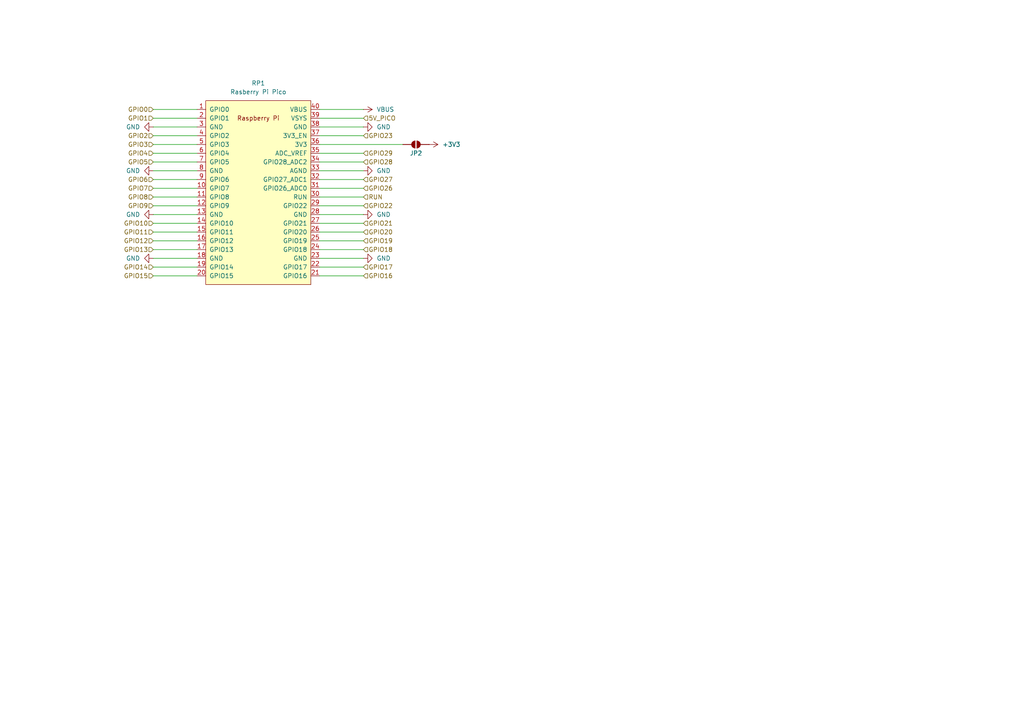
<source format=kicad_sch>
(kicad_sch (version 20250114) (generator "eeschema") (generator_version "9.0")
  (paper "A4")
  (title_block (title "FRANK M2") (date "2025-03-04") (rev "1.02") (company "Mikhail Matveev") (comment 1 "https://github.com/xtremespb/frank"))
  (lib_symbols
    (symbol "FRANK:Pico" (pin_names (offset 1.016))
      (property "Reference" "RP1" (at 0 31.75 0))
      (property "Value" "Pico 2" (at 0 29.21 0))
      (symbol "Pico_0_0"
        (text "Raspberry Pi" (at 0 21.59 0) (effects (font (size 1.27 1.27))))
      )
      (symbol "Pico_0_1"
        (rectangle (start -15.24 26.67) (end 15.24 -26.67) (fill (type background)))
      )
      (symbol "Pico_1_1"
        (pin bidirectional line (at -17.78 24.13 0) (length 2.54) (name "GPIO0") (number "1"))
        (pin bidirectional line (at -17.78 21.59 0) (length 2.54) (name "GPIO1") (number "2"))
        (pin power_in line (at -17.78 19.05 0) (length 2.54) (name "GND") (number "3"))
        (pin bidirectional line (at -17.78 16.51 0) (length 2.54) (name "GPIO2") (number "4"))
        (pin bidirectional line (at -17.78 13.97 0) (length 2.54) (name "GPIO3") (number "5"))
        (pin bidirectional line (at -17.78 11.43 0) (length 2.54) (name "GPIO4") (number "6"))
        (pin bidirectional line (at -17.78 8.89 0) (length 2.54) (name "GPIO5") (number "7"))
        (pin power_in line (at -17.78 6.35 0) (length 2.54) (name "GND") (number "8"))
        (pin bidirectional line (at -17.78 3.81 0) (length 2.54) (name "GPIO6") (number "9"))
        (pin bidirectional line (at -17.78 1.27 0) (length 2.54) (name "GPIO7") (number "10"))
        (pin bidirectional line (at -17.78 -1.27 0) (length 2.54) (name "GPIO8") (number "11"))
        (pin bidirectional line (at -17.78 -3.81 0) (length 2.54) (name "GPIO9") (number "12"))
        (pin power_in line (at -17.78 -6.35 0) (length 2.54) (name "GND") (number "13"))
        (pin bidirectional line (at -17.78 -8.89 0) (length 2.54) (name "GPIO10") (number "14"))
        (pin bidirectional line (at -17.78 -11.43 0) (length 2.54) (name "GPIO11") (number "15"))
        (pin bidirectional line (at -17.78 -13.97 0) (length 2.54) (name "GPIO12") (number "16"))
        (pin bidirectional line (at -17.78 -16.51 0) (length 2.54) (name "GPIO13") (number "17"))
        (pin power_in line (at -17.78 -19.05 0) (length 2.54) (name "GND") (number "18"))
        (pin bidirectional line (at -17.78 -21.59 0) (length 2.54) (name "GPIO14") (number "19"))
        (pin bidirectional line (at -17.78 -24.13 0) (length 2.54) (name "GPIO15") (number "20"))
        (pin output line (at 17.78 24.13 180) (length 2.54) (name "VBUS") (number "40"))
        (pin input line (at 17.78 21.59 180) (length 2.54) (name "VSYS") (number "39"))
        (pin bidirectional line (at 17.78 19.05 180) (length 2.54) (name "GND") (number "38"))
        (pin input line (at 17.78 16.51 180) (length 2.54) (name "3V3_EN") (number "37"))
        (pin output line (at 17.78 13.97 180) (length 2.54) (name "3V3") (number "36"))
        (pin unspecified line (at 17.78 11.43 180) (length 2.54) (name "ADC_VREF") (number "35"))
        (pin bidirectional line (at 17.78 8.89 180) (length 2.54) (name "GPIO28_ADC2") (number "34"))
        (pin power_in line (at 17.78 6.35 180) (length 2.54) (name "AGND") (number "33"))
        (pin bidirectional line (at 17.78 3.81 180) (length 2.54) (name "GPIO27_ADC1") (number "32"))
        (pin bidirectional line (at 17.78 1.27 180) (length 2.54) (name "GPIO26_ADC0") (number "31"))
        (pin input line (at 17.78 -1.27 180) (length 2.54) (name "RUN") (number "30"))
        (pin bidirectional line (at 17.78 -3.81 180) (length 2.54) (name "GPIO22") (number "29"))
        (pin power_in line (at 17.78 -6.35 180) (length 2.54) (name "GND") (number "28"))
        (pin bidirectional line (at 17.78 -8.89 180) (length 2.54) (name "GPIO21") (number "27"))
        (pin bidirectional line (at 17.78 -11.43 180) (length 2.54) (name "GPIO20") (number "26"))
        (pin bidirectional line (at 17.78 -13.97 180) (length 2.54) (name "GPIO19") (number "25"))
        (pin bidirectional line (at 17.78 -16.51 180) (length 2.54) (name "GPIO18") (number "24"))
        (pin power_in line (at 17.78 -19.05 180) (length 2.54) (name "GND") (number "23"))
        (pin bidirectional line (at 17.78 -21.59 180) (length 2.54) (name "GPIO17") (number "22"))
        (pin bidirectional line (at 17.78 -24.13 180) (length 2.54) (name "GPIO16") (number "21"))
      )
    )
    (symbol "Jumper:SolderJumper_2_Open" (pin_numbers (hide yes)) (pin_names (offset 0) (hide yes)) (exclude_from_sim yes) (in_bom no)
      (property "Reference" "JP" (at 0 2.032 0))
      (property "Value" "SolderJumper_2_Open" (at 0 -2.54 0))
      (symbol "SolderJumper_2_Open_0_1"
        (polyline (pts (xy -0.254 1.016) (xy -0.254 -1.016)))
        (arc (start -0.254 -1.016) (mid -1.2656 0) (end -0.254 1.016))
        (arc (start -0.254 -1.016) (mid -1.2656 0) (end -0.254 1.016) (fill (type outline)))
        (arc (start 0.254 1.016) (mid 1.2656 0) (end 0.254 -1.016))
        (arc (start 0.254 1.016) (mid 1.2656 0) (end 0.254 -1.016) (fill (type outline)))
        (polyline (pts (xy 0.254 1.016) (xy 0.254 -1.016)))
      )
      (symbol "SolderJumper_2_Open_1_1"
        (pin passive line (at -3.81 0 0) (length 2.54) (name "A") (number "1"))
        (pin passive line (at 3.81 0 180) (length 2.54) (name "B") (number "2"))
      )
    )
    (symbol "power:+3V3" (power) (pin_numbers (hide yes)) (pin_names (offset 0) (hide yes))
      (property "Value" "+3V3" (at 0 3.556 0))
      (symbol "+3V3_0_1"
        (polyline (pts (xy -0.762 1.27) (xy 0 2.54)))
        (polyline (pts (xy 0 2.54) (xy 0.762 1.27)))
        (polyline (pts (xy 0 0) (xy 0 2.54)))
      )
      (symbol "+3V3_1_1"
        (pin power_in line (at 0 0 90) (length 0) (name "~") (number "1"))
      )
    )
    (symbol "power:GND" (power) (pin_numbers (hide yes)) (pin_names (offset 0) (hide yes))
      (property "Value" "GND" (at 0 -3.81 0))
      (symbol "GND_0_1"
        (polyline (pts (xy 0 0) (xy 0 -1.27) (xy 1.27 -1.27) (xy 0 -2.54) (xy -1.27 -1.27) (xy 0 -1.27)))
      )
      (symbol "GND_1_1"
        (pin power_in line (at 0 0 270) (length 0) (name "~") (number "1"))
      )
    )
    (symbol "power:VBUS" (power) (pin_numbers (hide yes)) (pin_names (offset 0) (hide yes))
      (property "Value" "VBUS" (at 0 3.556 0))
      (symbol "VBUS_0_1"
        (polyline (pts (xy -0.762 1.27) (xy 0 2.54)))
        (polyline (pts (xy 0 2.54) (xy 0.762 1.27)))
        (polyline (pts (xy 0 0) (xy 0 2.54)))
      )
      (symbol "VBUS_1_1"
        (pin power_in line (at 0 0 90) (length 0) (name "~") (number "1"))
      )
    )
  )
  (wire (pts (xy 92.71 52.07) (xy 105.41 52.07)))
  (wire (pts (xy 92.71 77.47) (xy 105.41 77.47)))
  (wire (pts (xy 92.71 80.01) (xy 105.41 80.01)))
  (wire (pts (xy 44.45 52.07) (xy 57.15 52.07)))
  (wire (pts (xy 44.45 44.45) (xy 57.15 44.45)))
  (wire (pts (xy 92.71 44.45) (xy 105.41 44.45)))
  (wire (pts (xy 92.71 67.31) (xy 105.41 67.31)))
  (wire (pts (xy 44.45 77.47) (xy 57.15 77.47)))
  (wire (pts (xy 44.45 49.53) (xy 57.15 49.53)))
  (wire (pts (xy 92.71 39.37) (xy 105.41 39.37)))
  (wire (pts (xy 92.71 62.23) (xy 105.41 62.23)))
  (wire (pts (xy 92.71 41.91) (xy 116.84 41.91)))
  (wire (pts (xy 92.71 31.75) (xy 105.41 31.75)))
  (wire (pts (xy 44.45 67.31) (xy 57.15 67.31)))
  (wire (pts (xy 44.45 69.85) (xy 57.15 69.85)))
  (wire (pts (xy 44.45 59.69) (xy 57.15 59.69)))
  (wire (pts (xy 92.71 49.53) (xy 105.41 49.53)))
  (wire (pts (xy 92.71 54.61) (xy 105.41 54.61)))
  (wire (pts (xy 92.71 36.83) (xy 105.41 36.83)))
  (wire (pts (xy 44.45 74.93) (xy 57.15 74.93)))
  (wire (pts (xy 44.45 31.75) (xy 57.15 31.75)))
  (wire (pts (xy 44.45 72.39) (xy 57.15 72.39)))
  (wire (pts (xy 44.45 62.23) (xy 57.15 62.23)))
  (wire (pts (xy 44.45 57.15) (xy 57.15 57.15)))
  (wire (pts (xy 44.45 36.83) (xy 57.15 36.83)))
  (wire (pts (xy 44.45 64.77) (xy 57.15 64.77)))
  (wire (pts (xy 44.45 54.61) (xy 57.15 54.61)))
  (wire (pts (xy 44.45 80.01) (xy 57.15 80.01)))
  (wire (pts (xy 92.71 69.85) (xy 105.41 69.85)))
  (wire (pts (xy 44.45 41.91) (xy 57.15 41.91)))
  (wire (pts (xy 92.71 74.93) (xy 105.41 74.93)))
  (wire (pts (xy 92.71 72.39) (xy 105.41 72.39)))
  (wire (pts (xy 92.71 59.69) (xy 105.41 59.69)))
  (wire (pts (xy 44.45 46.99) (xy 57.15 46.99)))
  (wire (pts (xy 44.45 39.37) (xy 57.15 39.37)))
  (wire (pts (xy 92.71 34.29) (xy 105.41 34.29)))
  (wire (pts (xy 44.45 34.29) (xy 57.15 34.29)))
  (wire (pts (xy 92.71 57.15) (xy 105.41 57.15)))
  (wire (pts (xy 92.71 46.99) (xy 105.41 46.99)))
  (wire (pts (xy 92.71 64.77) (xy 105.41 64.77)))
  (hierarchical_label "GPIO19" (shape input) (at 105.41 69.85 0))
  (hierarchical_label "GPIO22" (shape input) (at 105.41 59.69 0))
  (hierarchical_label "GPIO8" (shape input) (at 44.45 57.15 180))
  (hierarchical_label "GPIO14" (shape input) (at 44.45 77.47 180))
  (hierarchical_label "GPIO16" (shape input) (at 105.41 80.01 0))
  (hierarchical_label "5V_PICO" (shape input) (at 105.41 34.29 0))
  (hierarchical_label "GPIO2" (shape input) (at 44.45 39.37 180))
  (hierarchical_label "GPIO13" (shape input) (at 44.45 72.39 180))
  (hierarchical_label "GPIO29" (shape input) (at 105.41 44.45 0))
  (hierarchical_label "GPIO28" (shape input) (at 105.41 46.99 0))
  (hierarchical_label "GPIO26" (shape input) (at 105.41 54.61 0))
  (hierarchical_label "GPIO17" (shape input) (at 105.41 77.47 0))
  (hierarchical_label "GPIO12" (shape input) (at 44.45 69.85 180))
  (hierarchical_label "GPIO10" (shape input) (at 44.45 64.77 180))
  (hierarchical_label "GPIO1" (shape input) (at 44.45 34.29 180))
  (hierarchical_label "GPIO4" (shape input) (at 44.45 44.45 180))
  (hierarchical_label "GPIO21" (shape input) (at 105.41 64.77 0))
  (hierarchical_label "GPIO11" (shape input) (at 44.45 67.31 180))
  (hierarchical_label "GPIO6" (shape input) (at 44.45 52.07 180))
  (hierarchical_label "GPIO27" (shape input) (at 105.41 52.07 0))
  (hierarchical_label "GPIO0" (shape input) (at 44.45 31.75 180))
  (hierarchical_label "GPIO3" (shape input) (at 44.45 41.91 180))
  (hierarchical_label "GPIO7" (shape input) (at 44.45 54.61 180))
  (hierarchical_label "GPIO23" (shape input) (at 105.41 39.37 0))
  (hierarchical_label "GPIO20" (shape input) (at 105.41 67.31 0))
  (hierarchical_label "GPIO9" (shape input) (at 44.45 59.69 180))
  (hierarchical_label "GPIO5" (shape input) (at 44.45 46.99 180))
  (hierarchical_label "RUN" (shape input) (at 105.41 57.15 0))
  (hierarchical_label "GPIO15" (shape input) (at 44.45 80.01 180))
  (hierarchical_label "GPIO18" (shape input) (at 105.41 72.39 0))
  (symbol (lib_id "power:+3V3") (at 124.46 41.91 270) (unit 1)
    (property "Reference" "#PWR059" (effects (hide yes)))
    (property "Value" "+3V3" (at 128.27 41.9099 90) (effects (justify left)))
    (property "Description" "Power symbol creates a global label with name \"+3V3\"" (effects (hide yes)))
  )
  (symbol (lib_id "power:GND") (at 44.45 74.93 270) (unit 1)
    (property "Reference" "#PWR064" (effects (hide yes)))
    (property "Value" "GND" (at 40.64 74.9299 90) (effects (justify right)))
    (property "Description" "Power symbol creates a global label with name \"GND\" , ground" (effects (hide yes)))
    (instances (project "38NJU24" (path "" (reference "#PWR046") (unit 1))) (project "38NJU24" (path "" (reference "#PWR064") (unit 1))))
  )
  (symbol (lib_id "power:GND") (at 44.45 49.53 270) (unit 1)
    (property "Reference" "#PWR060" (effects (hide yes)))
    (property "Value" "GND" (at 40.64 49.5299 90) (effects (justify right)))
    (property "Description" "Power symbol creates a global label with name \"GND\" , ground" (effects (hide yes)))
    (instances (project "38NJU24" (path "" (reference "#PWR042") (unit 1))) (project "38NJU24" (path "" (reference "#PWR060") (unit 1))))
  )
  (symbol (lib_id "power:GND") (at 105.41 49.53 90) (unit 1)
    (property "Reference" "#PWR061" (effects (hide yes)))
    (property "Value" "GND" (at 109.22 49.5299 90) (effects (justify right)))
    (property "Description" "Power symbol creates a global label with name \"GND\" , ground" (effects (hide yes)))
    (instances (project "38NJU24" (path "" (reference "#PWR043") (unit 1))) (project "38NJU24" (path "" (reference "#PWR061") (unit 1))))
  )
  (symbol (lib_id "FRANK:Pico") (at 74.93 55.88 0) (unit 1)
    (property "Reference" "RP1" (at 74.93 24.13 0))
    (property "Value" "Rasberry Pi Pico" (at 74.93 26.67 0))
    (property "Footprint" "FRANK:Raspberry Pi Pico" (effects (hide yes)))
    (property "Datasheet" "https://files.waveshare.com/upload/f/fd/Rp2040_datasheet.pdf" (effects (hide yes)))
    (property "AliExpress" "https://www.aliexpress.com/item/1005004096147070.html" (effects (hide yes)))
  )
  (symbol (lib_id "power:GND") (at 105.41 36.83 90) (unit 1)
    (property "Reference" "#PWR058" (effects (hide yes)))
    (property "Value" "GND" (at 109.22 36.8299 90) (effects (justify right)))
    (property "Description" "Power symbol creates a global label with name \"GND\" , ground" (effects (hide yes)))
    (instances (project "38NJU24" (path "" (reference "#PWR041") (unit 1))) (project "38NJU24" (path "" (reference "#PWR058") (unit 1))))
  )
  (symbol (lib_id "power:GND") (at 105.41 74.93 90) (unit 1)
    (property "Reference" "#PWR065" (effects (hide yes)))
    (property "Value" "GND" (at 109.22 74.9299 90) (effects (justify right)))
    (property "Description" "Power symbol creates a global label with name \"GND\" , ground" (effects (hide yes)))
    (instances (project "38NJU24" (path "" (reference "#PWR047") (unit 1))) (project "38NJU24" (path "" (reference "#PWR065") (unit 1))))
  )
  (symbol (lib_id "power:GND") (at 44.45 36.83 270) (unit 1)
    (property "Reference" "#PWR057" (effects (hide yes)))
    (property "Value" "GND" (at 40.64 36.8299 90) (effects (justify right)))
    (property "Description" "Power symbol creates a global label with name \"GND\" , ground" (effects (hide yes)))
    (instances (project "38NJU24" (path "" (reference "#PWR040") (unit 1))) (project "38NJU24" (path "" (reference "#PWR057") (unit 1))))
  )
  (symbol (lib_id "power:VBUS") (at 105.41 31.75 270) (unit 1)
    (property "Reference" "#PWR056" (effects (hide yes)))
    (property "Value" "VBUS" (at 109.22 31.7499 90) (effects (justify left)))
    (property "Description" "Power symbol creates a global label with name \"VBUS\"" (effects (hide yes)))
    (instances (project "38NJU24" (path "" (reference "#PWR039") (unit 1))) (project "38NJU24" (path "" (reference "#PWR056") (unit 1))))
  )
  (symbol (lib_id "Jumper:SolderJumper_2_Open") (at 120.65 41.91 0) (unit 1)
    (property "Reference" "JP2" (at 120.65 44.45 0))
    (property "Value" "Jumper (Solder)" (effects (hide yes)))
    (property "Footprint" "FRANK:Jumper (solder)" (effects (hide yes)))
    (property "Description" "Solder Jumper, 2-pole, open" (effects (hide yes)))
    (property "AliExpress" "https://www.aliexpress.com/item/1005006454399822.html" (effects (hide yes)))
  )
  (symbol (lib_id "power:GND") (at 44.45 62.23 270) (unit 1)
    (property "Reference" "#PWR062" (effects (hide yes)))
    (property "Value" "GND" (at 40.64 62.2299 90) (effects (justify right)))
    (property "Description" "Power symbol creates a global label with name \"GND\" , ground" (effects (hide yes)))
    (instances (project "38NJU24" (path "" (reference "#PWR044") (unit 1))) (project "38NJU24" (path "" (reference "#PWR062") (unit 1))))
  )
  (symbol (lib_id "power:GND") (at 105.41 62.23 90) (unit 1)
    (property "Reference" "#PWR063" (effects (hide yes)))
    (property "Value" "GND" (at 109.22 62.2299 90) (effects (justify right)))
    (property "Description" "Power symbol creates a global label with name \"GND\" , ground" (effects (hide yes)))
    (instances (project "38NJU24" (path "" (reference "#PWR045") (unit 1))) (project "38NJU24" (path "" (reference "#PWR063") (unit 1))))
  )
)
</source>
